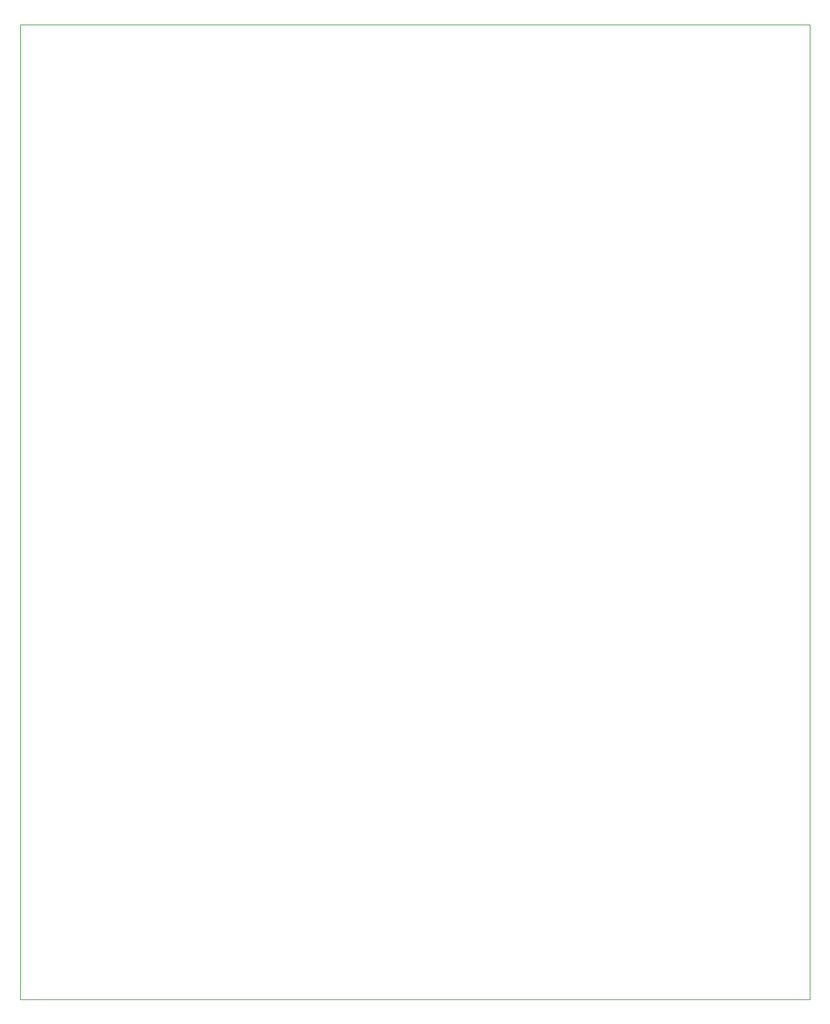
<source format=gbr>
%TF.GenerationSoftware,KiCad,Pcbnew,5.1.7-a382d34a8~87~ubuntu20.04.1*%
%TF.CreationDate,2020-11-04T11:31:22+01:00*%
%TF.ProjectId,BatteryMonitoringUnit_BMU,42617474-6572-4794-9d6f-6e69746f7269,2.0*%
%TF.SameCoordinates,Original*%
%TF.FileFunction,Profile,NP*%
%FSLAX46Y46*%
G04 Gerber Fmt 4.6, Leading zero omitted, Abs format (unit mm)*
G04 Created by KiCad (PCBNEW 5.1.7-a382d34a8~87~ubuntu20.04.1) date 2020-11-04 11:31:22*
%MOMM*%
%LPD*%
G01*
G04 APERTURE LIST*
%TA.AperFunction,Profile*%
%ADD10C,0.100000*%
%TD*%
G04 APERTURE END LIST*
D10*
X138430000Y-23622000D02*
X138430000Y-154432000D01*
X32385000Y-23622000D02*
X138430000Y-23622000D01*
X32385000Y-154432000D02*
X32385000Y-23622000D01*
X138430000Y-154432000D02*
X32385000Y-154432000D01*
M02*

</source>
